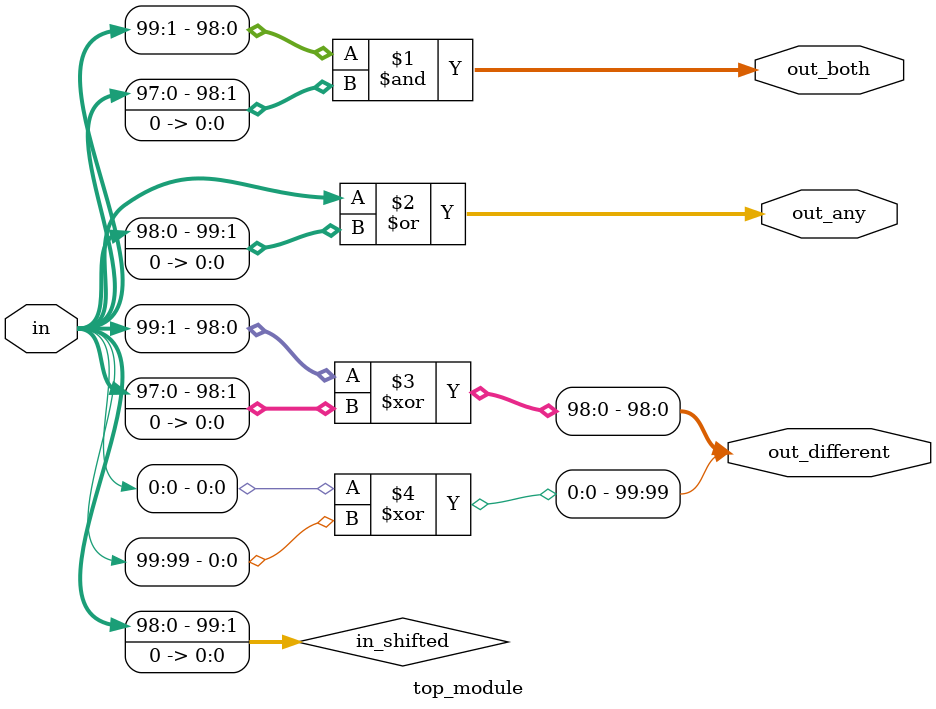
<source format=sv>
module top_module (
	input [99:0] in,
	output [98:0] out_both,
	output [99:0] out_any,
	output [99:0] out_different
);

    wire [99:0] in_shifted;
    assign in_shifted = {in[98:0], 1'b0};

    assign out_both = in[99:1] & in_shifted[98:0];
    assign out_any = in | in_shifted;
    assign out_different = {in[0] ^ in[99], in[99:1] ^ in_shifted[98:0]};

endmodule

</source>
